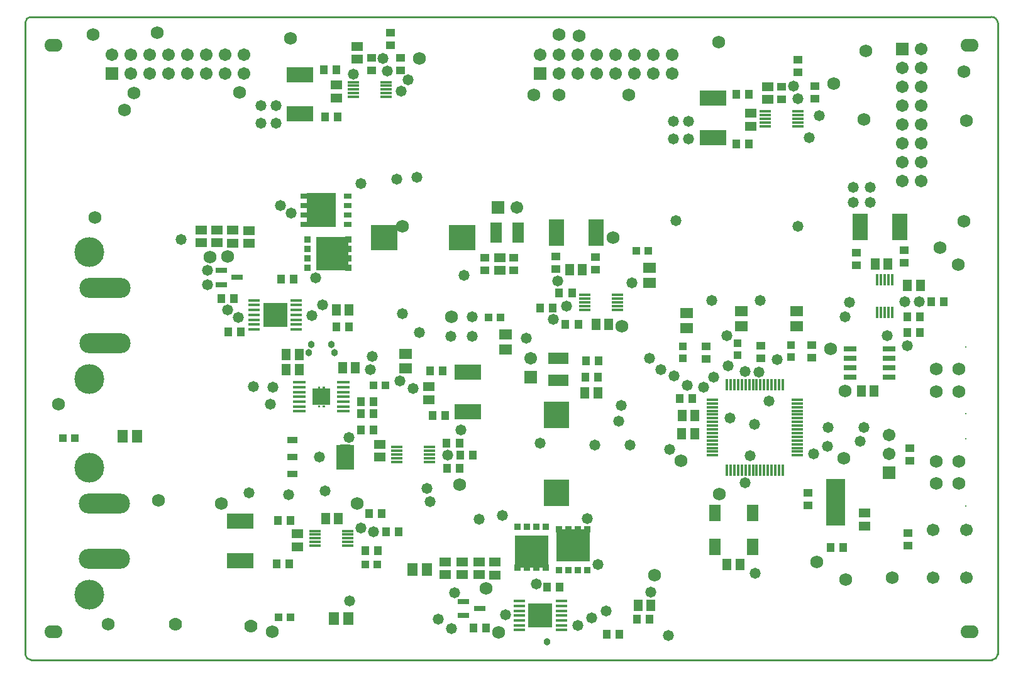
<source format=gts>
G04*
G04 #@! TF.GenerationSoftware,Altium Limited,Altium Designer,19.1.8 (144)*
G04*
G04 Layer_Color=8388736*
%FSLAX25Y25*%
%MOIN*%
G70*
G01*
G75*
%ADD13C,0.01000*%
%ADD19R,0.07000X0.01600*%
%ADD20R,0.09685X0.09095*%
%ADD30R,0.06300X0.10600*%
%ADD33R,0.06102X0.01181*%
%ADD34R,0.01181X0.06102*%
%ADD35R,0.03959X0.04724*%
%ADD37R,0.04724X0.03959*%
%ADD40R,0.10600X0.06300*%
%ADD41R,0.13400X0.14400*%
%ADD49R,0.05200X0.03700*%
%ADD51R,0.14400X0.13400*%
%ADD53R,0.10000X0.25000*%
%ADD54R,0.08280X0.14068*%
%ADD55R,0.14068X0.08280*%
%ADD56R,0.06100X0.01800*%
%ADD57R,0.12600X0.13000*%
%ADD58R,0.06009X0.01300*%
%ADD59R,0.01300X0.06009*%
%ADD60R,0.03950X0.03950*%
%ADD61R,0.06509X0.05524*%
%ADD62R,0.06000X0.03000*%
%ADD63R,0.05524X0.06509*%
%ADD64R,0.03950X0.03950*%
%ADD65R,0.06233X0.05131*%
%ADD66R,0.05131X0.06233*%
%ADD67R,0.05918X0.09068*%
%ADD68R,0.16891X0.17591*%
%ADD69R,0.03280X0.03359*%
%ADD70R,0.03359X0.03280*%
%ADD71R,0.17591X0.16891*%
%ADD72R,0.04147X0.02769*%
%ADD73R,0.03950X0.03162*%
%ADD74R,0.15564X0.18162*%
%ADD75R,0.05800X0.13800*%
%ADD76R,0.06706X0.03162*%
%ADD77O,0.09700X0.06800*%
%ADD78C,0.00800*%
%ADD79C,0.06800*%
%ADD80C,0.06706*%
%ADD81R,0.06706X0.06706*%
%ADD82C,0.04600*%
%ADD83R,0.04600X0.04600*%
%ADD84C,0.06698*%
%ADD85R,0.06706X0.06706*%
%ADD86C,0.07000*%
%ADD87C,0.15800*%
%ADD88O,0.27100X0.10700*%
%ADD89C,0.05800*%
%ADD90C,0.03300*%
%ADD91C,0.03800*%
G36*
X151248Y221445D02*
X148216D01*
Y224555D01*
X151248D01*
Y221445D01*
D02*
G37*
G36*
Y216445D02*
X148216D01*
Y219555D01*
X151248D01*
Y216445D01*
D02*
G37*
G36*
Y211445D02*
X148216D01*
Y214555D01*
X151248D01*
Y211445D01*
D02*
G37*
G36*
X172784Y221445D02*
X171308D01*
Y219555D01*
X172784D01*
Y216445D01*
X171308D01*
Y215500D01*
Y214555D01*
X172784D01*
Y211445D01*
X171308D01*
Y209555D01*
X172784D01*
Y206445D01*
X169752D01*
Y206720D01*
X154417D01*
Y215500D01*
Y224279D01*
X169752D01*
Y224555D01*
X172784D01*
Y221445D01*
D02*
G37*
G36*
X151248Y206445D02*
X148216D01*
Y209555D01*
X151248D01*
Y206445D01*
D02*
G37*
G36*
X158870Y144047D02*
X157689D01*
Y145031D01*
X158870D01*
Y144047D01*
D02*
G37*
G36*
X156311D02*
X155130D01*
Y145031D01*
X156311D01*
Y144047D01*
D02*
G37*
G36*
X158870Y133968D02*
X157689D01*
Y134953D01*
X158870D01*
Y133968D01*
D02*
G37*
G36*
X156311D02*
X155130D01*
Y134953D01*
X156311D01*
Y133968D01*
D02*
G37*
G36*
X174250Y100900D02*
X165050D01*
Y114100D01*
X174250D01*
Y100900D01*
D02*
G37*
G36*
X299555Y67752D02*
X299279D01*
Y52416D01*
X281720D01*
Y67752D01*
X281445D01*
Y70784D01*
X284555D01*
Y69308D01*
X286445D01*
Y70784D01*
X289555D01*
Y69308D01*
X291445D01*
Y70784D01*
X294555D01*
Y69308D01*
X296445D01*
Y70784D01*
X299555D01*
Y67752D01*
D02*
G37*
G36*
X277555Y69020D02*
X274445D01*
Y72052D01*
X277555D01*
Y69020D01*
D02*
G37*
G36*
X272555D02*
X269445D01*
Y72052D01*
X272555D01*
Y69020D01*
D02*
G37*
G36*
X267555D02*
X264445D01*
Y72052D01*
X267555D01*
Y69020D01*
D02*
G37*
G36*
X262555D02*
X259445D01*
Y72052D01*
X262555D01*
Y69020D01*
D02*
G37*
G36*
X277279Y50516D02*
X277555D01*
Y47484D01*
X274445D01*
Y48960D01*
X272555D01*
Y47484D01*
X269445D01*
Y48960D01*
X267555D01*
Y47484D01*
X264445D01*
Y48960D01*
X262555D01*
Y47484D01*
X259445D01*
Y50516D01*
X259720D01*
Y65851D01*
X277279D01*
Y50516D01*
D02*
G37*
G36*
X299555Y46216D02*
X296445D01*
Y49248D01*
X299555D01*
Y46216D01*
D02*
G37*
G36*
X294555D02*
X291445D01*
Y49248D01*
X294555D01*
Y46216D01*
D02*
G37*
G36*
X289555D02*
X286445D01*
Y49248D01*
X289555D01*
Y46216D01*
D02*
G37*
G36*
X284555D02*
X281445D01*
Y49248D01*
X284555D01*
Y46216D01*
D02*
G37*
D13*
X512500Y0D02*
G03*
X515500Y3000I0J3000D01*
G01*
Y338000D02*
G03*
X512000Y341000I-3250J-250D01*
G01*
X3000Y341000D02*
G03*
X0Y338000I0J-3000D01*
G01*
Y3000D02*
G03*
X3000Y0I3000J0D01*
G01*
X512500D01*
X515500Y3000D02*
Y335500D01*
Y338000D01*
X3000Y341000D02*
X512000D01*
X0Y3000D02*
Y338000D01*
D19*
X168700Y131823D02*
D03*
Y134382D02*
D03*
Y136941D02*
D03*
Y139500D02*
D03*
Y142059D02*
D03*
Y144618D02*
D03*
Y147177D02*
D03*
X145300D02*
D03*
Y144618D02*
D03*
Y142059D02*
D03*
Y139500D02*
D03*
Y136941D02*
D03*
Y134382D02*
D03*
Y131823D02*
D03*
D20*
X157000Y139500D02*
D03*
D30*
X261300Y226500D02*
D03*
X249500D02*
D03*
D33*
X409402Y138016D02*
D03*
Y136047D02*
D03*
Y134079D02*
D03*
Y132110D02*
D03*
Y130142D02*
D03*
Y128173D02*
D03*
Y126205D02*
D03*
Y124236D02*
D03*
Y122268D02*
D03*
Y120299D02*
D03*
Y118331D02*
D03*
Y116362D02*
D03*
Y114394D02*
D03*
Y112425D02*
D03*
Y110457D02*
D03*
Y108488D02*
D03*
X364126D02*
D03*
Y110457D02*
D03*
Y112425D02*
D03*
Y114394D02*
D03*
Y116362D02*
D03*
Y118331D02*
D03*
Y120299D02*
D03*
Y122268D02*
D03*
Y124236D02*
D03*
Y126205D02*
D03*
Y128173D02*
D03*
Y130142D02*
D03*
Y132110D02*
D03*
Y134079D02*
D03*
Y136047D02*
D03*
Y138016D02*
D03*
D34*
X401528Y100614D02*
D03*
X399559D02*
D03*
X397590D02*
D03*
X395622D02*
D03*
X393653D02*
D03*
X391685D02*
D03*
X389717D02*
D03*
X387748D02*
D03*
X385780D02*
D03*
X383811D02*
D03*
X381842D02*
D03*
X379874D02*
D03*
X377906D02*
D03*
X375937D02*
D03*
X373969D02*
D03*
X372000D02*
D03*
Y145890D02*
D03*
X373969D02*
D03*
X375937D02*
D03*
X377906D02*
D03*
X379874D02*
D03*
X381842D02*
D03*
X383811D02*
D03*
X385780D02*
D03*
X387748D02*
D03*
X389717D02*
D03*
X391685D02*
D03*
X393653D02*
D03*
X395622D02*
D03*
X397590D02*
D03*
X399559D02*
D03*
X401528D02*
D03*
D35*
X346785Y138500D02*
D03*
X353500D02*
D03*
X427000Y59500D02*
D03*
X433715D02*
D03*
X283215Y38500D02*
D03*
X276500D02*
D03*
X142215Y202000D02*
D03*
X135500D02*
D03*
X304000Y158500D02*
D03*
X297285D02*
D03*
X303500Y150000D02*
D03*
X296785D02*
D03*
X230643Y108500D02*
D03*
X237357D02*
D03*
X223398Y115000D02*
D03*
X230113D02*
D03*
X230358Y101500D02*
D03*
X223642D02*
D03*
X221215Y153396D02*
D03*
X214500D02*
D03*
X222500Y129500D02*
D03*
X215785D02*
D03*
X237500Y16883D02*
D03*
X244215D02*
D03*
X324143Y21500D02*
D03*
X330857D02*
D03*
X308142Y13500D02*
D03*
X314858D02*
D03*
X279715Y186500D02*
D03*
X273000D02*
D03*
X293113Y178000D02*
D03*
X286398D02*
D03*
X283040Y194500D02*
D03*
X289755D02*
D03*
X164937Y176540D02*
D03*
X171652D02*
D03*
X114357Y174000D02*
D03*
X107642D02*
D03*
X103785Y191500D02*
D03*
X110500D02*
D03*
X467642Y182000D02*
D03*
X474358D02*
D03*
X480142Y190000D02*
D03*
X486858D02*
D03*
X474358Y173500D02*
D03*
X467642D02*
D03*
X377000Y300000D02*
D03*
X383715D02*
D03*
X377000Y273500D02*
D03*
X383715D02*
D03*
X158285Y313000D02*
D03*
X165000D02*
D03*
X158785Y288000D02*
D03*
X165500D02*
D03*
X177780Y122023D02*
D03*
X184495D02*
D03*
X177780Y136941D02*
D03*
X184495D02*
D03*
X177995Y130523D02*
D03*
X184710D02*
D03*
X133785Y74000D02*
D03*
X140500D02*
D03*
X133285Y51000D02*
D03*
X140000D02*
D03*
X186857Y58000D02*
D03*
X180142D02*
D03*
X182142Y77500D02*
D03*
X188857D02*
D03*
X191285Y68000D02*
D03*
X198000D02*
D03*
D37*
X415000Y82000D02*
D03*
Y88715D02*
D03*
X469000Y112342D02*
D03*
Y105627D02*
D03*
X417000Y167000D02*
D03*
Y160285D02*
D03*
X389858Y166715D02*
D03*
Y160000D02*
D03*
X361000Y166215D02*
D03*
Y159500D02*
D03*
X468000Y67215D02*
D03*
Y60500D02*
D03*
X281398Y213858D02*
D03*
Y207142D02*
D03*
X302398Y213715D02*
D03*
Y207000D02*
D03*
X259000Y213215D02*
D03*
Y206500D02*
D03*
X243500D02*
D03*
Y213215D02*
D03*
X465859Y217357D02*
D03*
Y210643D02*
D03*
X440500Y216058D02*
D03*
Y209343D02*
D03*
X409500Y311643D02*
D03*
Y318357D02*
D03*
X401000Y297143D02*
D03*
Y303857D02*
D03*
X418500Y304358D02*
D03*
Y297642D02*
D03*
X193500Y325785D02*
D03*
Y332500D02*
D03*
X183500Y312500D02*
D03*
Y319215D02*
D03*
X199000D02*
D03*
Y312500D02*
D03*
D40*
X282500Y148200D02*
D03*
Y160000D02*
D03*
D41*
X281500Y88500D02*
D03*
Y130000D02*
D03*
D49*
X141550Y116550D02*
D03*
Y107500D02*
D03*
Y98450D02*
D03*
D51*
X190245Y224000D02*
D03*
X231746D02*
D03*
D53*
X429501Y83500D02*
D03*
D54*
X281528Y226500D02*
D03*
X302472D02*
D03*
X463445Y229500D02*
D03*
X442500D02*
D03*
D55*
X234500Y152472D02*
D03*
Y131528D02*
D03*
X114000Y52555D02*
D03*
Y73500D02*
D03*
X145500Y310445D02*
D03*
Y289500D02*
D03*
X364500Y277028D02*
D03*
Y297972D02*
D03*
D56*
X121300Y190677D02*
D03*
Y188118D02*
D03*
Y185559D02*
D03*
Y183000D02*
D03*
Y180441D02*
D03*
Y177882D02*
D03*
Y175323D02*
D03*
X143700Y175323D02*
D03*
Y177882D02*
D03*
Y180441D02*
D03*
Y183000D02*
D03*
Y185559D02*
D03*
Y188118D02*
D03*
Y190677D02*
D03*
X284200Y31177D02*
D03*
Y28618D02*
D03*
Y26059D02*
D03*
Y23500D02*
D03*
Y20941D02*
D03*
Y18382D02*
D03*
Y15823D02*
D03*
X261800Y15823D02*
D03*
Y18382D02*
D03*
Y20941D02*
D03*
Y23500D02*
D03*
Y26059D02*
D03*
Y28618D02*
D03*
Y31177D02*
D03*
D57*
X132500Y183000D02*
D03*
X273000Y23500D02*
D03*
D58*
X191161Y298563D02*
D03*
Y300532D02*
D03*
Y302500D02*
D03*
Y304468D02*
D03*
Y306437D02*
D03*
X173839D02*
D03*
Y304468D02*
D03*
Y302500D02*
D03*
Y300532D02*
D03*
Y298563D02*
D03*
X313898Y193468D02*
D03*
Y191500D02*
D03*
Y189532D02*
D03*
Y187563D02*
D03*
Y185594D02*
D03*
X296575D02*
D03*
Y187563D02*
D03*
Y189532D02*
D03*
Y191500D02*
D03*
Y193468D02*
D03*
X214161Y105063D02*
D03*
Y107032D02*
D03*
Y109000D02*
D03*
Y110968D02*
D03*
Y112937D02*
D03*
X196839D02*
D03*
Y110968D02*
D03*
Y109000D02*
D03*
Y107032D02*
D03*
Y105063D02*
D03*
X153642Y60563D02*
D03*
Y62532D02*
D03*
Y64500D02*
D03*
Y66469D02*
D03*
Y68437D02*
D03*
X170965D02*
D03*
Y66469D02*
D03*
Y64500D02*
D03*
Y62532D02*
D03*
Y60563D02*
D03*
X409661Y283063D02*
D03*
Y285032D02*
D03*
Y287000D02*
D03*
Y288968D02*
D03*
Y290937D02*
D03*
X392339D02*
D03*
Y288968D02*
D03*
Y287000D02*
D03*
Y285032D02*
D03*
Y283063D02*
D03*
D59*
X451563Y201661D02*
D03*
X453532D02*
D03*
X455500D02*
D03*
X457469D02*
D03*
X459437D02*
D03*
Y184339D02*
D03*
X457469D02*
D03*
X455500D02*
D03*
X453532D02*
D03*
X451563D02*
D03*
D60*
X245701Y181500D02*
D03*
X252000D02*
D03*
X140650Y22500D02*
D03*
X134350D02*
D03*
X186650Y50500D02*
D03*
X180350D02*
D03*
X191000Y145618D02*
D03*
X184701D02*
D03*
X330150Y217000D02*
D03*
X323850D02*
D03*
X26150Y117500D02*
D03*
X19850D02*
D03*
D61*
X254500Y172500D02*
D03*
Y164626D02*
D03*
X331000Y200063D02*
D03*
Y207937D02*
D03*
X350500Y183874D02*
D03*
Y176000D02*
D03*
X379500Y184874D02*
D03*
Y177000D02*
D03*
X201626Y162437D02*
D03*
Y154563D02*
D03*
X409000Y184874D02*
D03*
Y177000D02*
D03*
D62*
X112385Y202800D02*
D03*
X103785Y199100D02*
D03*
Y206500D02*
D03*
X232415Y31083D02*
D03*
Y23683D02*
D03*
X241015Y27383D02*
D03*
D63*
X163500Y22000D02*
D03*
X171374D02*
D03*
X213000Y48000D02*
D03*
X205126D02*
D03*
X59374Y118500D02*
D03*
X51500D02*
D03*
D64*
X406000Y160643D02*
D03*
Y166942D02*
D03*
X348500Y166299D02*
D03*
Y160000D02*
D03*
X377500Y167799D02*
D03*
Y161500D02*
D03*
D65*
X445000Y77795D02*
D03*
Y71000D02*
D03*
X188000Y107500D02*
D03*
Y114295D02*
D03*
X214000Y138000D02*
D03*
Y144795D02*
D03*
X249050Y51898D02*
D03*
Y45102D02*
D03*
X222500Y52000D02*
D03*
Y45205D02*
D03*
X240500Y52102D02*
D03*
Y45307D02*
D03*
X231500Y52000D02*
D03*
Y45205D02*
D03*
X251500Y206500D02*
D03*
Y213295D02*
D03*
X118500Y227693D02*
D03*
Y220898D02*
D03*
X93200Y228091D02*
D03*
Y221295D02*
D03*
X101500Y228091D02*
D03*
Y221295D02*
D03*
X110000Y227795D02*
D03*
Y221000D02*
D03*
X393500Y297205D02*
D03*
Y304000D02*
D03*
X384500Y283102D02*
D03*
Y289898D02*
D03*
X176000Y318602D02*
D03*
Y325398D02*
D03*
X165000Y298000D02*
D03*
Y304795D02*
D03*
X144142Y60102D02*
D03*
Y66898D02*
D03*
D66*
X443102Y142500D02*
D03*
X449898D02*
D03*
X372000Y50500D02*
D03*
X378795D02*
D03*
X354795Y120000D02*
D03*
X348000D02*
D03*
X354898Y129500D02*
D03*
X348102D02*
D03*
X303500Y141500D02*
D03*
X296705D02*
D03*
X331698Y29000D02*
D03*
X324902D02*
D03*
X302602Y178000D02*
D03*
X309398D02*
D03*
X288500Y207000D02*
D03*
X295295D02*
D03*
X171732Y185559D02*
D03*
X164937D02*
D03*
X467705Y198500D02*
D03*
X474500D02*
D03*
X450602Y210000D02*
D03*
X457398D02*
D03*
X168102Y155000D02*
D03*
X174898D02*
D03*
X145200Y162000D02*
D03*
X138405D02*
D03*
X145200Y154000D02*
D03*
X138405D02*
D03*
X165938Y75000D02*
D03*
X159142D02*
D03*
D67*
X365500Y78110D02*
D03*
X385500D02*
D03*
Y60000D02*
D03*
X365500D02*
D03*
D68*
X162500Y215500D02*
D03*
D69*
X171268Y223000D02*
D03*
Y218000D02*
D03*
Y213000D02*
D03*
Y208000D02*
D03*
X149732D02*
D03*
Y213000D02*
D03*
Y218000D02*
D03*
Y223000D02*
D03*
D70*
X276000Y70536D02*
D03*
X271000D02*
D03*
X266000D02*
D03*
X261000D02*
D03*
Y49000D02*
D03*
X266000D02*
D03*
X271000D02*
D03*
X276000D02*
D03*
X283000Y69268D02*
D03*
X288000D02*
D03*
X293000D02*
D03*
X298000D02*
D03*
Y47732D02*
D03*
X293000D02*
D03*
X288000D02*
D03*
X283000D02*
D03*
D71*
X268500Y57768D02*
D03*
X290500Y60500D02*
D03*
D72*
X170976Y231000D02*
D03*
Y246000D02*
D03*
Y236000D02*
D03*
Y241000D02*
D03*
D73*
X148043Y246000D02*
D03*
Y241000D02*
D03*
Y236000D02*
D03*
Y231000D02*
D03*
D74*
X157000Y238500D02*
D03*
D75*
X169500Y107500D02*
D03*
D76*
X458000Y165000D02*
D03*
Y160000D02*
D03*
Y155000D02*
D03*
Y150000D02*
D03*
X437134D02*
D03*
Y155000D02*
D03*
Y160000D02*
D03*
Y165000D02*
D03*
D77*
X500500Y15000D02*
D03*
Y326000D02*
D03*
X15000D02*
D03*
Y15000D02*
D03*
D78*
X498500Y165933D02*
D03*
Y130500D02*
D03*
X498512Y81689D02*
D03*
Y117122D02*
D03*
D79*
X482988Y154122D02*
D03*
X494799D02*
D03*
X482988Y142311D02*
D03*
X494799D02*
D03*
X200000Y230000D02*
D03*
X427000Y165000D02*
D03*
X434000Y107000D02*
D03*
X459500Y43500D02*
D03*
X347500Y105500D02*
D03*
X368000Y88000D02*
D03*
X434500Y142500D02*
D03*
X435000Y42500D02*
D03*
X419500Y52000D02*
D03*
X494811Y93500D02*
D03*
X483000D02*
D03*
X494811Y105311D02*
D03*
X483000D02*
D03*
X230358Y93000D02*
D03*
X226000Y182000D02*
D03*
X250900Y14584D02*
D03*
X333500Y45000D02*
D03*
X244216Y38000D02*
D03*
X311500Y224000D02*
D03*
X316398Y177102D02*
D03*
X107217Y214000D02*
D03*
X97783Y213500D02*
D03*
X497500Y232500D02*
D03*
X499000Y286000D02*
D03*
X497500Y312000D02*
D03*
X445500Y323000D02*
D03*
X444500Y286500D02*
D03*
X485000Y218500D02*
D03*
X494500Y209500D02*
D03*
X320000Y299500D02*
D03*
X293500Y331000D02*
D03*
X367500Y327500D02*
D03*
X283000Y331500D02*
D03*
X269500Y299500D02*
D03*
X283000D02*
D03*
X428500Y305500D02*
D03*
X70000Y332500D02*
D03*
X57500Y300500D02*
D03*
X36000Y331500D02*
D03*
X209000Y319000D02*
D03*
X113500Y301000D02*
D03*
X140500Y329500D02*
D03*
X52500Y291500D02*
D03*
X104000Y83000D02*
D03*
X37000Y234500D02*
D03*
X17500Y135500D02*
D03*
X70500Y84500D02*
D03*
X44000Y19000D02*
D03*
X176000Y83000D02*
D03*
X131000Y15000D02*
D03*
D80*
X268000Y160000D02*
D03*
X458000Y119127D02*
D03*
Y109127D02*
D03*
X260500Y240000D02*
D03*
X475000Y324000D02*
D03*
X465000Y314000D02*
D03*
X475000D02*
D03*
X465000Y304000D02*
D03*
X475000D02*
D03*
X465000Y294000D02*
D03*
X475000D02*
D03*
X465000Y284000D02*
D03*
X475000D02*
D03*
X465000Y274000D02*
D03*
X475000D02*
D03*
X465000Y264000D02*
D03*
X475000D02*
D03*
X465000Y254000D02*
D03*
X475000D02*
D03*
X273000Y321000D02*
D03*
X283000Y311000D02*
D03*
Y321000D02*
D03*
X293000Y311000D02*
D03*
Y321000D02*
D03*
X303000Y311000D02*
D03*
Y321000D02*
D03*
X313000Y311000D02*
D03*
Y321000D02*
D03*
X323000Y311000D02*
D03*
Y321000D02*
D03*
X333000Y311000D02*
D03*
Y321000D02*
D03*
X343000Y311000D02*
D03*
Y321000D02*
D03*
X46000D02*
D03*
X56000Y311000D02*
D03*
Y321000D02*
D03*
X66000Y311000D02*
D03*
Y321000D02*
D03*
X76000Y311000D02*
D03*
Y321000D02*
D03*
X86000Y311000D02*
D03*
Y321000D02*
D03*
X96000Y311000D02*
D03*
Y321000D02*
D03*
X106000Y311000D02*
D03*
Y321000D02*
D03*
X116000Y311000D02*
D03*
Y321000D02*
D03*
D81*
X268000Y150000D02*
D03*
X458000Y99127D02*
D03*
X465000Y324000D02*
D03*
D82*
X427000Y93500D02*
D03*
X432000D02*
D03*
X427000Y88500D02*
D03*
X432000D02*
D03*
X427000Y83500D02*
D03*
X432000D02*
D03*
X427000Y78500D02*
D03*
X432000D02*
D03*
X427000Y73500D02*
D03*
D83*
X432000D02*
D03*
D84*
X499000Y69091D02*
D03*
Y43500D02*
D03*
X481284Y69091D02*
D03*
Y43500D02*
D03*
D85*
X250500Y240000D02*
D03*
X273000Y311000D02*
D03*
X46000D02*
D03*
D86*
X119500Y18000D02*
D03*
X79500Y19000D02*
D03*
D87*
X34000Y149000D02*
D03*
Y216200D02*
D03*
X33800Y34600D02*
D03*
Y101800D02*
D03*
D88*
X42200Y197300D02*
D03*
Y167900D02*
D03*
X42000Y82900D02*
D03*
Y53500D02*
D03*
D89*
X120788Y144827D02*
D03*
X130000Y135500D02*
D03*
X131250Y144618D02*
D03*
X314647Y126647D02*
D03*
X316000Y135000D02*
D03*
X389022Y152535D02*
D03*
X300162Y22200D02*
D03*
X212763Y91000D02*
D03*
X113037Y181500D02*
D03*
X107222Y185559D02*
D03*
X271000Y40360D02*
D03*
X415560Y277000D02*
D03*
X171500Y118000D02*
D03*
X287000Y187563D02*
D03*
X466163Y190000D02*
D03*
X351000Y145500D02*
D03*
X282215Y201000D02*
D03*
X474000Y190000D02*
D03*
X409691Y229809D02*
D03*
X345049Y233000D02*
D03*
X203000Y307500D02*
D03*
X199108Y301500D02*
D03*
X207500Y256000D02*
D03*
X173839Y310500D02*
D03*
X183000Y154000D02*
D03*
X184000Y161000D02*
D03*
X197000Y255000D02*
D03*
X178000Y252500D02*
D03*
X421000Y288500D02*
D03*
X192000Y312420D02*
D03*
X409691Y297642D02*
D03*
X407398Y304358D02*
D03*
X364000Y190500D02*
D03*
X321500Y200063D02*
D03*
X265500Y170500D02*
D03*
X344000Y150500D02*
D03*
X280000Y180500D02*
D03*
X381500Y152898D02*
D03*
X359500Y144500D02*
D03*
X365000Y150000D02*
D03*
X372500Y156000D02*
D03*
X371928Y172000D02*
D03*
X331000Y160000D02*
D03*
X337000Y154000D02*
D03*
X189630Y319000D02*
D03*
X205500Y144000D02*
D03*
X198500Y148000D02*
D03*
X209000Y173500D02*
D03*
X82500Y223000D02*
D03*
X273000Y115000D02*
D03*
X214500Y84000D02*
D03*
X171761Y31239D02*
D03*
X224000Y108500D02*
D03*
X231000Y122000D02*
D03*
X178000Y70000D02*
D03*
X184438Y68000D02*
D03*
X341500Y111500D02*
D03*
X467642Y166500D02*
D03*
X386626Y124862D02*
D03*
X373472Y128173D02*
D03*
X389500Y190500D02*
D03*
X320500Y114000D02*
D03*
X394126Y137362D02*
D03*
X398626Y159362D02*
D03*
X436858Y189500D02*
D03*
X387000Y46000D02*
D03*
X425710Y123362D02*
D03*
X425126Y113211D02*
D03*
X417959Y109362D02*
D03*
X442626Y115880D02*
D03*
X444626Y123362D02*
D03*
X434500Y182000D02*
D03*
X457000Y172000D02*
D03*
X237000Y182000D02*
D03*
Y171500D02*
D03*
X225500D02*
D03*
X448000Y242500D02*
D03*
X438760Y250500D02*
D03*
X448000D02*
D03*
X438760Y242500D02*
D03*
X351500Y276260D02*
D03*
X343500Y285500D02*
D03*
Y276260D02*
D03*
X351500Y285500D02*
D03*
X254500Y24000D02*
D03*
X240500Y74500D02*
D03*
X118500Y88500D02*
D03*
X341000Y13000D02*
D03*
X303500Y50500D02*
D03*
X298000Y75000D02*
D03*
X331698Y36000D02*
D03*
X292977Y18382D02*
D03*
X308000Y26000D02*
D03*
X302000Y114000D02*
D03*
X226000Y16500D02*
D03*
X219000Y21500D02*
D03*
X227700Y35700D02*
D03*
X253000Y76500D02*
D03*
X152000Y182500D02*
D03*
X96500Y199100D02*
D03*
X135250Y241000D02*
D03*
X141000Y237000D02*
D03*
X232500Y204000D02*
D03*
X96500Y206500D02*
D03*
X157456Y188118D02*
D03*
X200000Y183500D02*
D03*
X154000Y202500D02*
D03*
X133000Y294000D02*
D03*
X125000Y284760D02*
D03*
Y294000D02*
D03*
X133000Y284760D02*
D03*
X159000Y89500D02*
D03*
X139500Y87500D02*
D03*
X156000Y107500D02*
D03*
X381626Y93862D02*
D03*
X384126Y108362D02*
D03*
D90*
X157000Y137518D02*
D03*
X154595Y141461D02*
D03*
X158870D02*
D03*
D91*
X276500Y9500D02*
D03*
X151500Y167380D02*
D03*
X164000Y163000D02*
D03*
X150300D02*
D03*
X162154Y167302D02*
D03*
M02*

</source>
